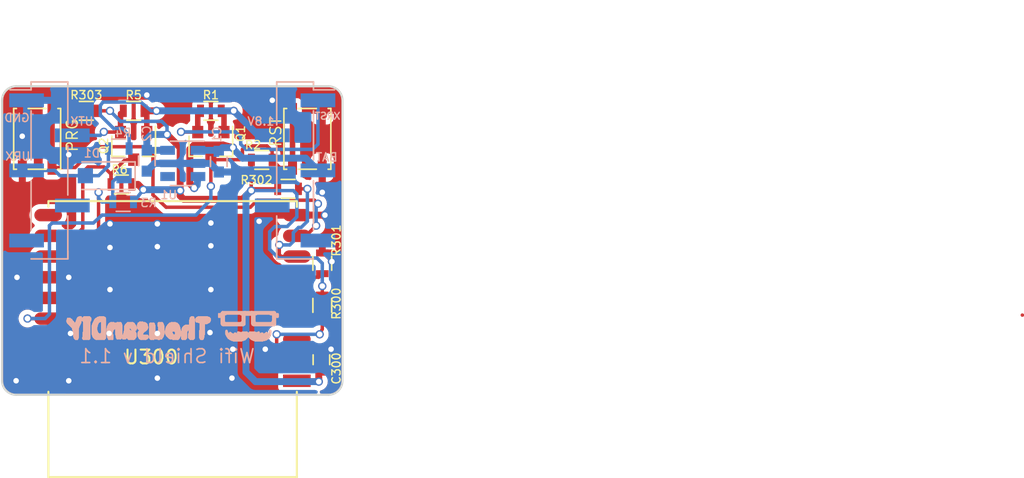
<source format=kicad_pcb>
(kicad_pcb (version 20221018) (generator pcbnew)
  (title_block (title "SPRESENSE ESP8266") (date "2019-01-03") (rev "v1.1a"))
  (layers (0 "F.Cu" signal) (31 "B.Cu" signal) (34 "B.Paste" user) (35 "F.Paste" user) (36 "B.SilkS" user "B.Silkscreen") (37 "F.SilkS" user "F.Silkscreen") (38 "B.Mask" user) (39 "F.Mask" user) (44 "Edge.Cuts" user))
  (net 0 "")
  (net 1 "+3V3")
  (net 2 "GND")
  (net 3 "RXD")
  (net 4 "TXD")
  (net 5 "RESET")
  (net 6 "Net-(R300-Pad1)")
  (net 7 "Net-(R301-Pad1)")
  (net 8 "Net-(R302-Pad2)")
  (net 9 "/UART2_TX")
  (net 10 "/UART2_RX")
  (net 11 "/XRST_1.8V")
  (net 12 "Net-(R303-Pad1)")
  (net 13 "/BAT_VDD")
  (net 14 "+1V8")
  (footprint "footprint:ESP-13-WROOM-02" (layer "F.Cu") (at 142.367 118.364 180)
    (fp_text reference "U300" (at 10.541 1.7145 180) (layer "F.SilkS"))
    (fp_text value "ESP-WROM-02")
    (pad "1" smd rect (at 0 0 180) (size 2 0.9) (layers "F.Cu" "F.Paste" "F.Mask") (net 1 "+3V3"))
    (pad "2" smd oval (at 0 1.5 180) (size 2 0.9) (layers "F.Cu" "F.Paste" "F.Mask") (net 6 "Net-(R300-Pad1)"))
    (pad "3" smd oval (at 0 3 180) (size 2 0.9) (layers "F.Cu" "F.Paste" "F.Mask"))
    (pad "4" smd oval (at 0 4.5 180) (size 2 0.9) (layers "F.Cu" "F.Paste" "F.Mask"))
    (pad "5" smd oval (at 0 6 180) (size 2 0.9) (layers "F.Cu" "F.Paste" "F.Mask"))
    (pad "6" smd oval (at 0 7.5 180) (size 2 0.9) (layers "F.Cu" "F.Paste" "F.Mask") (net 7 "Net-(R301-Pad1)"))
    (pad "7" smd oval (at 0 9 180) (size 2 0.9) (layers "F.Cu" "F.Paste" "F.Mask") (net 8 "Net-(R302-Pad2)"))
    (pad "8" smd oval (at 0 10.5 180) (size 2 0.9) (layers "F.Cu" "F.Paste" "F.Mask") (net 12 "Net-(R303-Pad1)"))
    (pad "9" smd oval (at 0 12 180) (size 2 0.9) (layers "F.Cu" "F.Paste" "F.Mask") (net 2 "GND"))
    (pad "10" smd oval (at 18 12 180) (size 2 0.9) (layers "F.Cu" "F.Paste" "F.Mask"))
    (pad "11" smd oval (at 18 10.5 180) (size 2 0.9) (layers "F.Cu" "F.Paste" "F.Mask") (net 4 "TXD"))
    (pad "12" smd oval (at 18 9 180) (size 2 0.9) (layers "F.Cu" "F.Paste" "F.Mask") (net 3 "RXD"))
    (pad "13" smd oval (at 18 7.5 180) (size 2 0.9) (layers "F.Cu" "F.Paste" "F.Mask") (net 2 "GND"))
    (pad "14" smd oval (at 18 6 180) (size 2 0.9) (layers "F.Cu" "F.Paste" "F.Mask"))
    (pad "15" smd oval (at 18 4.5 180) (size 2 0.9) (layers "F.Cu" "F.Paste" "F.Mask") (net 5 "RESET"))
    (pad "16" smd oval (at 18 3 180) (size 2 0.9) (layers "F.Cu" "F.Paste" "F.Mask"))
    (pad "17" smd oval (at 18 1.5 180) (size 2 0.9) (layers "F.Cu" "F.Paste" "F.Mask"))
    (pad "18" smd oval (at 18 0 180) (size 2 0.9) (layers "F.Cu" "F.Paste" "F.Mask") (net 2 "GND"))
    (pad "PAD" smd rect (at 10.12 6.58 180) (size 4.3 4.3) (layers "F.Cu" "F.Paste" "F.Mask") (net 2 "GND"))
  )
  (footprint "Capacitors_SMD:C_0603" (layer "F.Cu") (at 144.145 116.84 90)
    (fp_text reference "C300" (at -0.635 1.0795 90) (layer "F.SilkS") (effects (font (size 0.6 0.6) (thickness 0.1))))
    (fp_text value "0.1u")
    (pad "1" smd rect (at -0.75 0 90) (size 0.8 0.75) (layers "F.Cu" "F.Paste" "F.Mask") (net 1 "+3V3"))
    (pad "2" smd rect (at 0.75 0 90) (size 0.8 0.75) (layers "F.Cu" "F.Paste" "F.Mask") (net 2 "GND"))
  )
  (footprint "Resistors_SMD:R_0603" (layer "F.Cu") (at 144.2085 109.855 90)
    (fp_text reference "R301" (at 1.651 1.016 90) (layer "F.SilkS") (effects (font (size 0.6 0.6) (thickness 0.1))))
    (fp_text value "10K")
    (pad "1" smd rect (at -0.75 0 90) (size 0.5 0.9) (layers "F.Cu" "F.Paste" "F.Mask") (net 7 "Net-(R301-Pad1)"))
    (pad "2" smd rect (at 0.75 0 90) (size 0.5 0.9) (layers "F.Cu" "F.Paste" "F.Mask") (net 2 "GND"))
  )
  (footprint "Resistors_SMD:R_0603" (layer "F.Cu") (at 141.732 104.4575)
    (fp_text reference "R302" (at -2.286 -0.635) (layer "F.SilkS") (effects (font (size 0.6 0.6) (thickness 0.1))))
    (fp_text value "10K")
    (pad "1" smd rect (at -0.75 0) (size 0.5 0.9) (layers "F.Cu" "F.Paste" "F.Mask") (net 1 "+3V3"))
    (pad "2" smd rect (at 0.75 0) (size 0.5 0.9) (layers "F.Cu" "F.Paste" "F.Mask") (net 8 "Net-(R302-Pad2)"))
  )
  (footprint "Resistors_SMD:R_0603" (layer "F.Cu") (at 144.2085 112.903 90)
    (fp_text reference "R300" (at 0.127 1.016 90) (layer "F.SilkS") (effects (font (size 0.6 0.6) (thickness 0.1))))
    (fp_text value "10K")
    (pad "1" smd rect (at -0.75 0 90) (size 0.5 0.9) (layers "F.Cu" "F.Paste" "F.Mask") (net 6 "Net-(R300-Pad1)"))
    (pad "2" smd rect (at 0.75 0 90) (size 0.5 0.9) (layers "F.Cu" "F.Paste" "F.Mask") (net 1 "+3V3"))
  )
  (footprint "Resistors_SMD:R_0603" (layer "F.Cu") (at 127.127 98.806)
    (fp_text reference "R303" (at 0 -1.143) (layer "F.SilkS") (effects (font (size 0.6 0.6) (thickness 0.1))))
    (fp_text value "10k")
    (pad "1" smd rect (at -0.75 0) (size 0.5 0.9) (layers "F.Cu" "F.Paste" "F.Mask") (net 12 "Net-(R303-Pad1)"))
    (pad "2" smd rect (at 0.75 0) (size 0.5 0.9) (layers "F.Cu" "F.Paste" "F.Mask") (net 1 "+3V3"))
  )
  (footprint "TO_SOT_Packages_SMD:SOT-23" (layer "F.Cu") (at 136.144 101.346 -90)
    (fp_text reference "Q1" (at -0.889 -2.159 270) (layer "F.SilkS") (effects (font (size 0.6 0.6) (thickness 0.1))))
    (fp_text value "BSS138")
    (pad "1" smd rect (at -1 -0.95 270) (size 0.9 0.8) (layers "F.Cu" "F.Paste" "F.Mask") (net 14 "+1V8"))
    (pad "2" smd rect (at -1 0.95 270) (size 0.9 0.8) (layers "F.Cu" "F.Paste" "F.Mask") (net 11 "/XRST_1.8V"))
    (pad "3" smd rect (at 1 0 270) (size 0.9 0.8) (layers "F.Cu" "F.Paste" "F.Mask") (net 5 "RESET"))
  )
  (footprint "TO_SOT_Packages_SMD:SOT-23" (layer "F.Cu") (at 130.556 101.346 -90)
    (fp_text reference "Q2" (at 0 2.159 270) (layer "F.SilkS") (effects (font (size 0.6 0.6) (thickness 0.1))))
    (fp_text value "BSS138")
    (pad "1" smd rect (at -1 -0.95 270) (size 0.9 0.8) (layers "F.Cu" "F.Paste" "F.Mask") (net 14 "+1V8"))
    (pad "2" smd rect (at -1 0.95 270) (size 0.9 0.8) (layers "F.Cu" "F.Paste" "F.Mask") (net 9 "/UART2_TX"))
    (pad "3" smd rect (at 1 0 270) (size 0.9 0.8) (layers "F.Cu" "F.Paste" "F.Mask") (net 4 "TXD"))
  )
  (footprint "Resistors_SMD:R_0603" (layer "F.Cu") (at 136.144 98.806)
    (fp_text reference "R1" (at 0 -1.143) (layer "F.SilkS") (effects (font (size 0.6 0.6) (thickness 0.1))))
    (fp_text value "10k")
    (pad "1" smd rect (at -0.75 0) (size 0.5 0.9) (layers "F.Cu" "F.Paste" "F.Mask") (net 11 "/XRST_1.8V"))
    (pad "2" smd rect (at 0.75 0) (size 0.5 0.9) (layers "F.Cu" "F.Paste" "F.Mask") (net 14 "+1V8"))
  )
  (footprint "Resistors_SMD:R_0603" (layer "F.Cu") (at 139.827 102.362 180)
    (fp_text reference "R2" (at 0.635 1.0795 180) (layer "F.SilkS") (effects (font (size 0.6 0.6) (thickness 0.1))))
    (fp_text value "10k")
    (pad "1" smd rect (at -0.75 0 180) (size 0.5 0.9) (layers "F.Cu" "F.Paste" "F.Mask") (net 5 "RESET"))
    (pad "2" smd rect (at 0.75 0 180) (size 0.5 0.9) (layers "F.Cu" "F.Paste" "F.Mask") (net 1 "+3V3"))
  )
  (footprint "Resistors_SMD:R_0603" (layer "F.Cu") (at 130.556 98.806)
    (fp_text reference "R5" (at 0 -1.143) (layer "F.SilkS") (effects (font (size 0.6 0.6) (thickness 0.1))))
    (fp_text value "10k")
    (pad "1" smd rect (at -0.75 0) (size 0.5 0.9) (layers "F.Cu" "F.Paste" "F.Mask") (net 9 "/UART2_TX"))
    (pad "2" smd rect (at 0.75 0) (size 0.5 0.9) (layers "F.Cu" "F.Paste" "F.Mask") (net 14 "+1V8"))
  )
  (footprint "Resistors_SMD:R_0603" (layer "F.Cu") (at 129.667 104.14)
    (fp_text reference "R6" (at -0.127 -1.0795) (layer "F.SilkS") (effects (font (size 0.6 0.6) (thickness 0.1))))
    (fp_text value "10k")
    (pad "1" smd rect (at -0.75 0) (size 0.5 0.9) (layers "F.Cu" "F.Paste" "F.Mask") (net 4 "TXD"))
    (pad "2" smd rect (at 0.75 0) (size 0.5 0.9) (layers "F.Cu" "F.Paste" "F.Mask") (net 1 "+3V3"))
  )
  (footprint "Buttons_Switches_SMD:SW_SPST_PTS810" (layer "F.Cu") (at 143.129 100.838 -90)
    (fp_text reference "SW1" hide)
    (fp_text value "RESET")
    (pad "1" smd rect (at -2.075 -1.075 270) (size 1.05 0.65) (layers "F.Cu" "F.Paste" "F.Mask") (net 2 "GND"))
    (pad "1" smd rect (at 2.075 -1.075 270) (size 1.05 0.65) (layers "F.Cu" "F.Paste" "F.Mask") (net 2 "GND"))
    (pad "2" smd rect (at -2.075 1.075 270) (size 1.05 0.65) (layers "F.Cu" "F.Paste" "F.Mask") (net 5 "RESET"))
    (pad "2" smd rect (at 2.075 1.075 270) (size 1.05 0.65) (layers "F.Cu" "F.Paste" "F.Mask") (net 5 "RESET"))
  )
  (footprint "Buttons_Switches_SMD:SW_SPST_PTS810" (layer "F.Cu") (at 123.571 100.838 90)
    (fp_text reference "SW2" hide)
    (fp_text value "PRG")
    (pad "1" smd rect (at -2.075 -1.075 90) (size 1.05 0.65) (layers "F.Cu" "F.Paste" "F.Mask") (net 2 "GND"))
    (pad "1" smd rect (at 2.075 -1.075 90) (size 1.05 0.65) (layers "F.Cu" "F.Paste" "F.Mask") (net 2 "GND"))
    (pad "2" smd rect (at -2.075 1.075 90) (size 1.05 0.65) (layers "F.Cu" "F.Paste" "F.Mask") (net 12 "Net-(R303-Pad1)"))
    (pad "2" smd rect (at 2.075 1.075 90) (size 1.05 0.65) (layers "F.Cu" "F.Paste" "F.Mask") (net 12 "Net-(R303-Pad1)"))
  )
  (footprint "Resistors_SMD:R_0603" (layer "B.Cu") (at 129.794 105.41 180)
    (fp_text reference "R3" (at -1.8415 -0.0635 180) (layer "B.SilkS") (effects (font (size 0.6 0.6) (thickness 0.1)) (justify mirror)))
    (fp_text value "10k")
    (pad "1" smd rect (at -0.75 0 180) (size 0.5 0.9) (layers "B.Cu" "B.Paste" "B.Mask") (net 1 "+3V3"))
    (pad "2" smd rect (at 0.75 0 180) (size 0.5 0.9) (layers "B.Cu" "B.Paste" "B.Mask") (net 3 "RXD"))
  )
  (footprint "Resistors_SMD:R_0603" (layer "B.Cu") (at 129.4765 101.5365 180)
    (fp_text reference "R4" (at -0.3175 1.143 180) (layer "B.SilkS") (effects (font (size 0.6 0.6) (thickness 0.1)) (justify mirror)))
    (fp_text value "10k")
    (pad "1" smd rect (at -0.75 0 180) (size 0.5 0.9) (layers "B.Cu" "B.Paste" "B.Mask") (net 14 "+1V8"))
    (pad "2" smd rect (at 0.75 0 180) (size 0.5 0.9) (layers "B.Cu" "B.Paste" "B.Mask") (net 10 "/UART2_RX"))
  )
  (footprint "Capacitors_SMD:C_0603" (layer "B.Cu") (at 136.7155 102.489 -90)
    (fp_text reference "C1" (at -1.9685 0.127 270) (layer "B.SilkS") (effects (font (size 0.6 0.6) (thickness 0.1)) (justify mirror)))
    (fp_text value "10u")
    (pad "1" smd rect (at -0.75 0 270) (size 0.8 0.75) (layers "B.Cu" "B.Paste" "B.Mask") (net 13 "/BAT_VDD"))
    (pad "2" smd rect (at 0.75 0 270) (size 0.8 0.75) (layers "B.Cu" "B.Paste" "B.Mask") (net 2 "GND"))
  )
  (footprint "Pin_Headers:Pin_Header_Straight_1x05_Pitch2.54mm_SMD_Pin1Right" (layer "B.Cu") (at 124.46 103.124 180)
    (fp_text reference "J1" hide)
    (fp_text value "JP1")
    (pad "1" smd rect (at 1.655 5.08 180) (size 2.51 1) (layers "B.Cu" "B.Paste" "B.Mask") (net 2 "GND"))
    (pad "2" smd rect (at -1.655 2.54 180) (size 2.51 1) (layers "B.Cu" "B.Paste" "B.Mask") (net 9 "/UART2_TX"))
    (pad "3" smd rect (at 1.655 0 180) (size 2.51 1) (layers "B.Cu" "B.Paste" "B.Mask") (net 10 "/UART2_RX"))
    (pad "4" smd rect (at -1.655 -2.54 180) (size 2.51 1) (layers "B.Cu" "B.Paste" "B.Mask"))
    (pad "5" smd rect (at 1.655 -5.08 180) (size 2.51 1) (layers "B.Cu" "B.Paste" "B.Mask"))
  )
  (footprint "Pin_Headers:Pin_Header_Straight_1x05_Pitch2.54mm_SMD_Pin1Left" (layer "B.Cu") (at 142.24 103.124 180)
    (fp_text reference "J2" hide)
    (fp_text value "JP2")
    (pad "1" smd rect (at -1.655 5.08 180) (size 2.51 1) (layers "B.Cu" "B.Paste" "B.Mask") (net 11 "/XRST_1.8V"))
    (pad "2" smd rect (at 1.655 2.54 180) (size 2.51 1) (layers "B.Cu" "B.Paste" "B.Mask") (net 14 "+1V8"))
    (pad "3" smd rect (at -1.655 0 180) (size 2.51 1) (layers "B.Cu" "B.Paste" "B.Mask") (net 13 "/BAT_VDD"))
    (pad "4" smd rect (at 1.655 -2.54 180) (size 2.51 1) (layers "B.Cu" "B.Paste" "B.Mask"))
    (pad "5" smd rect (at -1.655 -5.08 180) (size 2.51 1) (layers "B.Cu" "B.Paste" "B.Mask"))
  )
  (footprint "Capacitors_SMD:C_0603" (layer "B.Cu") (at 131.5085 102.4255 -90)
    (fp_text reference "C2" (at -1.9685 0 270) (layer "B.SilkS") (effects (font (size 0.6 0.6) (thickness 0.1)) (justify mirror)))
    (fp_text value "10u")
    (pad "1" smd rect (at -0.75 0 270) (size 0.8 0.75) (layers "B.Cu" "B.Paste" "B.Mask") (net 1 "+3V3"))
    (pad "2" smd rect (at 0.75 0 270) (size 0.8 0.75) (layers "B.Cu" "B.Paste" "B.Mask") (net 2 "GND"))
  )
  (footprint "TO_SOT_Packages_SMD:SOT-23-5" (layer "B.Cu") (at 134.112 102.616 180)
    (fp_text reference "U1" (at 1.016 -2.286 180) (layer "B.SilkS") (effects (font (size 0.6 0.6) (thickness 0.1)) (justify mirror)))
    (fp_text value "MIC5219-3.3BM5")
    (pad "1" smd rect (at -1.1 0.95 180) (size 1.06 0.65) (layers "B.Cu" "B.Paste" "B.Mask") (net 13 "/BAT_VDD"))
    (pad "2" smd rect (at -1.1 0 180) (size 1.06 0.65) (layers "B.Cu" "B.Paste" "B.Mask") (net 2 "GND"))
    (pad "3" smd rect (at -1.1 -0.95 180) (size 1.06 0.65) (layers "B.Cu" "B.Paste" "B.Mask") (net 13 "/BAT_VDD"))
    (pad "4" smd rect (at 1.1 -0.95 180) (size 1.06 0.65) (layers "B.Cu" "B.Paste" "B.Mask"))
    (pad "5" smd rect (at 1.1 0.95 180) (size 1.06 0.65) (layers "B.Cu" "B.Paste" "B.Mask") (net 1 "+3V3"))
  )
  (footprint "Diodes_SMD:D_SOD-123F" (layer "B.Cu") (at 128.4605 103.505 180)
    (fp_text reference "D1" (at 0.9295 1.625 180) (layer "B.SilkS") (effects (font (size 0.6 0.6) (thickness 0.1)) (justify mirror)))
    (fp_text value "SD103AW")
    (pad "1" smd rect (at -1.4 0 180) (size 1.1 1.1) (layers "B.Cu" "B.Paste" "B.Mask") (net 3 "RXD"))
    (pad "2" smd rect (at 1.4 0 180) (size 1.1 1.1) (layers "B.Cu" "B.Paste" "B.Mask") (net 10 "/UART2_RX"))
  )
  (footprint "footprint:TDIY-LOGO-S" (layer "B.Cu") (at 141.351 115.824 180)
    (fp_text reference "ref**" hide)
    (fp_text value "val**" hide)
  )
  (gr_arc (start 145.669 118.364) (mid 145.37142 119.08242) (end 144.653 119.38) (stroke (width 0.15)) (layer "Edge.Cuts"))
  (gr_line (start 121.031 118.364) (end 121.031 98.044) (stroke (width 0.15)) (layer "Edge.Cuts"))
  (gr_line (start 145.669 98.044) (end 145.669 118.364) (stroke (width 0.15)) (layer "Edge.Cuts"))
  (gr_line (start 122.047 97.028) (end 144.653 97.028) (stroke (width 0.15)) (layer "Edge.Cuts"))
  (gr_line (start 144.653 119.38) (end 122.047 119.38) (stroke (width 0.15)) (layer "Edge.Cuts"))
  (gr_arc (start 144.653 97.028) (mid 145.37142 97.32558) (end 145.669 98.044) (stroke (width 0.15)) (layer "Edge.Cuts"))
  (gr_arc (start 121.031 98.044) (mid 121.32858 97.32558) (end 122.047 97.028) (stroke (width 0.15)) (layer "Edge.Cuts"))
  (gr_arc (start 122.047 119.38) (mid 121.32858 119.08242) (end 121.031 118.364) (stroke (width 0.15)) (layer "Edge.Cuts"))
  (gr_text "Wifi Shield v 1.1" (at 132.969 116.586) (layer "B.SilkS") (effects (font (size 1 1) (thickness 0.12)) (justify mirror)))
  (gr_text "GND" (at 122.1105 99.314) (layer "B.SilkS") (effects (font (size 0.6 0.6) (thickness 0.1)) (justify mirror)))
  (gr_text "UTX" (at 126.8095 99.568) (layer "B.SilkS") (effects (font (size 0.6 0.6) (thickness 0.1)) (justify mirror)))
  (gr_text "1.8V" (at 139.7635 99.568) (layer "B.SilkS") (effects (font (size 0.6 0.6) (thickness 0.1)) (justify mirror)))
  (gr_text "BAT" (at 144.526 102.1715) (layer "B.SilkS") (effects (font (size 0.6 0.6) (thickness 0.1)) (justify mirror)))
  (gr_text "XRST" (at 144.5895 99.187) (layer "B.SilkS") (effects (font (size 0.5 0.5) (thickness 0.1)) (justify mirror)))
  (gr_text "URX" (at 122.174 102.108) (layer "B.SilkS") (effects (font (size 0.6 0.6) (thickness 0.1)) (justify mirror)))
  (gr_text "RST" (at 140.843 100.33 90) (layer "F.SilkS") (effects (font (size 0.8 0.8) (thickness 0.1))))
  (gr_text "PRG" (at 126.111 100.584 90) (layer "F.SilkS") (effects (font (size 0.8 0.8) (thickness 0.1))))
  (segment (start 194.8808 113.6091) (end 194.8773 113.6056) (width 0.25) (layer "F.Cu") (net 0))
  (segment (start 130.8735 104.14) (end 131.2545 104.521) (width 0.5) (layer "F.Cu") (net 1))
  (segment (start 132.969 100.5205) (end 133.9215 101.473) (width 0.5) (layer "F.Cu") (net 1))
  (segment (start 133.9215 104.5845) (end 133.9215 101.473) (width 0.5) (layer "F.Cu") (net 1))
  (segment (start 133.9215 104.961998) (end 134.1755 105.215998) (width 0.5) (layer "F.Cu") (net 1))
  (segment (start 134.1755 105.215998) (end 138.433502 105.215998) (width 0.5) (layer "F.Cu") (net 1))
  (segment (start 138.433502 105.215998) (end 139.065 104.5845) (width 0.5) (layer "F.Cu") (net 1))
  (segment (start 139.065 102.374) (end 139.077 102.362) (width 0.25) (layer "F.Cu") (net 1))
  (segment (start 143.9545 117.7805) (end 144.145 117.59) (width 0.5) (layer "F.Cu") (net 1))
  (segment (start 139.192 104.4575) (end 139.065 104.5845) (width 0.25) (layer "F.Cu") (net 1))
  (segment (start 133.9215 104.961998) (end 133.9215 104.5845) (width 0.5) (layer "F.Cu") (net 1))
  (segment (start 143.9545 118.4275) (end 143.9545 117.7805) (width 0.5) (layer "F.Cu") (net 1))
  (segment (start 128.8415 98.806) (end 127.877 98.806) (width 0.25) (layer "F.Cu") (net 1))
  (segment (start 130.417 104.14) (end 130.8735 104.14) (width 0.5) (layer "F.Cu") (net 1))
  (segment (start 142.4305 118.4275) (end 143.9545 118.4275) (width 0.5) (layer "F.Cu") (net 1))
  (segment (start 139.065 102.374) (end 139.065 104.5845) (width 0.25) (layer "F.Cu") (net 1))
  (segment (start 144.2085 112.153) (end 144.2085 111.506) (width 0.25) (layer "F.Cu") (net 1))
  (segment (start 140.982 104.4575) (end 139.192 104.4575) (width 0.25) (layer "F.Cu") (net 1))
  (via (at 144.2085 111.506) (size 0.6) (drill 0.4) (layers "F.Cu" "B.Cu") (net 1))
  (via (at 133.9215 104.5845) (size 0.6) (drill 0.4) (layers "F.Cu" "B.Cu") (net 1))
  (via (at 139.065 104.5845) (size 0.6) (drill 0.4) (layers "F.Cu" "B.Cu") (net 1))
  (via (at 128.8415 98.806) (size 0.6) (drill 0.4) (layers "F.Cu" "B.Cu") (net 1))
  (via (at 143.9545 118.4275) (size 0.6) (drill 0.4) (layers "F.Cu" "B.Cu") (net 1))
  (via (at 132.969 100.5205) (size 0.6) (drill 0.4) (layers "F.Cu" "B.Cu") (net 1))
  (via (at 131.2545 104.521) (size 0.6) (drill 0.4) (layers "F.Cu" "B.Cu") (net 1))
  (segment (start 131.518 101.666) (end 131.5085 101.6755) (width 0.5) (layer "B.Cu") (net 1))
  (segment (start 133.9215 104.5845) (end 133.858 104.521) (width 0.5) (layer "B.Cu") (net 1))
  (segment (start 133.858 104.521) (end 131.2545 104.521) (width 0.5) (layer "B.Cu") (net 1))
  (segment (start 138.684 104.9655) (end 138.684 110.871) (width 0.5) (layer "B.Cu") (net 1))
  (segment (start 138.684 117.729) (end 139.3825 118.4275) (width 0.5) (layer "B.Cu") (net 1))
  (segment (start 139.3825 118.4275) (end 143.9545 118.4275) (width 0.5) (layer "B.Cu") (net 1))
  (segment (start 138.684 111.506) (end 138.6205 111.506) (width 0.25) (layer "B.Cu") (net 1))
  (segment (start 138.6205 111.506) (end 138.684 111.506) (width 0.25) (layer "B.Cu") (net 1))
  (segment (start 138.684 111.506) (end 138.684 117.729) (width 0.5) (layer "B.Cu") (net 1))
  (segment (start 138.684 110.871) (end 138.6205 110.871) (width 0.25) (layer "B.Cu") (net 1))
  (segment (start 138.6205 110.871) (end 138.684 110.871) (width 0.25) (layer "B.Cu") (net 1))
  (segment (start 138.684 110.871) (end 138.684 111.506) (width 0.5) (layer "B.Cu") (net 1))
  (segment (start 142.113 104.5845) (end 142.367 104.8385) (width 0.25) (layer "B.Cu") (net 1))
  (segment (start 142.367 104.8385) (end 142.367 106.4895) (width 0.25) (layer "B.Cu") (net 1))
  (segment (start 142.367 106.4895) (end 141.6685 107.188) (width 0.25) (layer "B.Cu") (net 1))
  (segment (start 141.6685 107.188) (end 140.7795 107.188) (width 0.25) (layer "B.Cu") (net 1))
  (segment (start 140.7795 107.188) (end 140.3985 107.569) (width 0.25) (layer "B.Cu") (net 1))
  (segment (start 140.3985 107.569) (end 140.3985 108.839) (width 0.25) (layer "B.Cu") (net 1))
  (segment (start 140.3985 108.839) (end 141.0335 109.474) (width 0.25) (layer "B.Cu") (net 1))
  (segment (start 141.0335 109.474) (end 143.8275 109.474) (width 0.25) (layer "B.Cu") (net 1))
  (segment (start 143.8275 109.474) (end 144.2085 109.855) (width 0.25) (layer "B.Cu") (net 1))
  (segment (start 144.2085 109.855) (end 144.2085 111.506) (width 0.25) (layer "B.Cu") (net 1))
  (segment (start 130.6075 105.3465) (end 130.544 105.41) (width 0.25) (layer "B.Cu") (net 1))
  (segment (start 131.826 100.5205) (end 131.5085 100.838) (width 0.5) (layer "B.Cu") (net 1))
  (segment (start 131.5085 100.838) (end 131.5085 101.6755) (width 0.5) (layer "B.Cu") (net 1))
  (segment (start 132.969 99.949) (end 132.588 99.568) (width 0.25) (layer "B.Cu") (net 1))
  (segment (start 132.588 99.568) (end 129.6035 99.568) (width 0.25) (layer "B.Cu") (net 1))
  (segment (start 129.6035 99.568) (end 128.8415 98.806) (width 0.25) (layer "B.Cu") (net 1))
  (segment (start 139.065 104.5845) (end 142.113 104.5845) (width 0.25) (layer "B.Cu") (net 1))
  (segment (start 133.012 101.666) (end 131.518 101.666) (width 0.5) (layer "B.Cu") (net 1))
  (segment (start 131.2545 104.521) (end 130.6075 105.3465) (width 0.25) (layer "B.Cu") (net 1))
  (segment (start 138.684 104.9655) (end 139.065 104.5845) (width 0.5) (layer "B.Cu") (net 1))
  (segment (start 131.5085 101.6755) (end 131.5085 101.4095) (width 0.25) (layer "B.Cu") (net 1))
  (segment (start 132.969 100.5205) (end 132.969 99.949) (width 0.25) (layer "B.Cu") (net 1))
  (segment (start 132.969 100.5205) (end 131.826 100.5205) (width 0.5) (layer "B.Cu") (net 1))
  (segment (start 125.85 110.864) (end 125.857 110.871) (width 0.25) (layer "F.Cu") (net 2))
  (segment (start 144.8315 116.09) (end 144.8435 116.078) (width 0.5) (layer "F.Cu") (net 2))
  (segment (start 144.1245 98.763) (end 144.204 98.763) (width 0.5) (layer "F.Cu") (net 2))
  (segment (start 137.7315 116.078) (end 140.081 116.078) (width 0.5) (layer "F.Cu") (net 2))
  (segment (start 144.3975 106.364) (end 144.399 106.3625) (width 0.5) (layer "F.Cu") (net 2))
  (segment (start 144.204 104.707) (end 144.2085 104.7115) (width 0.5) (layer "F.Cu") (net 2))
  (segment (start 132.247 108.672) (end 132.2705 108.6485) (width 0.5) (layer "F.Cu") (net 2))
  (segment (start 128.881 111.7205) (end 128.8415 111.76) (width 0.5) (layer "F.Cu") (net 2))
  (segment (start 132.247 114.9115) (end 132.2705 114.935) (width 0.5) (layer "F.Cu") (net 2))
  (segment (start 132.2705 118.1735) (end 132.08 118.364) (width 0.5) (layer "F.Cu") (net 2))
  (segment (start 132.08 118.364) (end 125.857 118.364) (width 0.5) (layer "F.Cu") (net 2))
  (segment (start 137.7315 118.11) (end 137.668 118.1735) (width 0.5) (layer "F.Cu") (net 2))
  (segment (start 122.1175 110.864) (end 122.1105 110.871) (width 0.5) (layer "F.Cu") (net 2))
  (segment (start 136.017 114.935) (end 136.0805 114.8715) (width 0.5) (layer "F.Cu") (net 2))
  (segment (start 132.271 111.76) (end 132.247 111.784) (width 0.5) (layer "F.Cu") (net 2))
  (segment (start 132.223 111.76) (end 132.247 111.784) (width 0.5) (layer "F.Cu") (net 2))
  (segment (start 128.8415 108.712) (end 128.8415 106.9975) (width 0.5) (layer "F.Cu") (net 2))
  (segment (start 136.144 108.585) (end 136.144 106.934) (width 0.5) (layer "F.Cu") (net 2))
  (segment (start 140.0795 106.364) (end 139.6365 106.807) (width 0.25) (layer "F.Cu") (net 2))
  (segment (start 144.284 109.105) (end 144.907 109.728) (width 0.25) (layer "F.Cu") (net 2))
  (segment (start 122.4915 100.6475) (end 122.496 100.6475) (width 0.25) (layer "F.Cu") (net 2))
  (segment (start 122.496 100.6475) (end 122.4915 100.6475) (width 0.25) (layer "F.Cu") (net 2))
  (segment (start 122.4915 100.6475) (end 122.496 100.6475) (width 0.25) (layer "F.Cu") (net 2))
  (segment (start 122.496 100.6475) (end 122.496 102.913) (width 0.25) (layer "F.Cu") (net 2))
  (segment (start 144.204 98.23) (end 143.51 97.536) (width 0.25) (layer "F.Cu") (net 2))
  (segment (start 143.51 97.536) (end 141.097 97.536) (width 0.25) (layer "F.Cu") (net 2))
  (segment (start 141.097 97.536) (end 140.589 98.044) (width 0.25) (layer "F.Cu") (net 2))
  (segment (start 144.204 98.613) (end 144.204 98.23) (width 0.25) (layer "F.Cu") (net 2))
  (segment (start 144.204 102.913) (end 144.204 104.707) (width 0.5) (layer "F.Cu") (net 2))
  (segment (start 125.984 114.935) (end 128.778 114.935) (width 0.5) (layer "F.Cu") (net 2))
  (segment (start 142.367 106.364) (end 144.3975 106.364) (width 0.5) (layer "F.Cu") (net 2))
  (segment (start 124.367 110.864) (end 125.85 110.864) (width 0.25) (layer "F.Cu") (net 2))
  (segment (start 137.7315 116.078) (end 137.7315 118.11) (width 0.5) (layer "F.Cu") (net 2))
  (segment (start 144.145 116.09) (end 144.8315 116.09) (width 0.5) (layer "F.Cu") (net 2))
  (segment (start 124.367 110.864) (end 122.1175 110.864) (width 0.5) (layer "F.Cu") (net 2))
  (segment (start 144.204 98.763) (end 144.204 98.23) (width 0.5) (layer "F.Cu") (net 2))
  (segment (start 124.367 118.364) (end 122.047 118.364) (width 0.5) (layer "F.Cu") (net 2))
  (segment (start 132.247 114.9115) (end 132.247 111.784) (width 0.5) (layer "F.Cu") (net 2))
  (segment (start 122.496 98.763) (end 122.496 100.6475) (width 0.25) (layer "F.Cu") (net 2))
  (segment (start 132.247 108.672) (end 132.247 111.784) (width 0.5) (layer "F.Cu") (net 2))
  (segment (start 128.8415 111.76) (end 132.223 111.76) (width 0.5) (layer "F.Cu") (net 2))
  (segment (start 144.2085 109.105) (end 144.284 109.105) (width 0.25) (layer "F.Cu") (net 2))
  (segment (start 132.2705 114.935) (end 136.017 114.935) (width 0.5) (layer "F.Cu") (net 2))
  (segment (start 142.367 106.364) (end 140.0795 106.364) (width 0.25) (layer "F.Cu") (net 2))
  (segment (start 124.367 118.364) (end 125.857 118.364) (width 0.25) (layer "F.Cu") (net 2))
  (segment (start 136.144 111.76) (end 132.271 111.76) (width 0.5) (layer "F.Cu") (net 2))
  (via (at 139.6365 106.807) (size 0.6) (drill 0.4) (layers "F.Cu" "B.Cu") (net 2))
  (via (at 140.081 116.078) (size 0.6) (drill 0.4) (layers "F.Cu" "B.Cu") (net 2))
  (via (at 132.2705 108.6485) (size 0.6) (drill 0.4) (layers "F.Cu" "B.Cu") (net 2))
  (via (at 132.2705 118.1735) (size 0.6) (drill 0.4) (layers "F.Cu" "B.Cu") (net 2))
  (via (at 122.047 118.364) (size 0.6) (drill 0.4) (layers "F.Cu" "B.Cu") (net 2))
  (via (at 122.1105 110.871) (size 0.6) (drill 0.4) (layers "F.Cu" "B.Cu") (net 2))
  (via (at 132.2705 106.9975) (size 0.6) (drill 0.4) (layers "F.Cu" "B.Cu") (net 2))
  (via (at 137.668 118.1735) (size 0.6) (drill 0.4) (layers "F.Cu" "B.Cu") (net 2))
  (via (at 132.2705 114.935) (size 0.6) (drill 0.4) (layers "F.Cu" "B.Cu") (net 2))
  (via (at 131.5085 97.663) (size 0.6) (drill 0.4) (layers "F.Cu" "B.Cu") (net 2))
  (via (at 144.2085 104.7115) (size 0.6) (drill 0.4) (layers "F.Cu" "B.Cu") (net 2))
  (via (at 144.399 106.3625) (size 0.6) (drill 0.4) (layers "F.Cu" "B.Cu") (net 2))
  (via (at 144.8435 116.078) (size 0.6) (drill 0.4) (layers "F.Cu" "B.Cu") (net 2))
  (via (at 128.8415 106.9975) (size 0.6) (drill 0.4) (layers "F.Cu" "B.Cu") (net 2))
  (via (at 137.7315 116.078) (size 0.6) (drill 0.4) (layers "F.Cu" "B.Cu") (net 2))
  (via (at 140.589 98.044) (size 0.6) (drill 0.4) (layers "F.Cu" "B.Cu") (net 2))
  (via (at 144.907 109.728) (size 0.6) (drill 0.4) (layers "F.Cu" "B.Cu") (net 2))
  (via (at 125.857 101.981) (size 0.6) (drill 0.4) (layers "F.Cu" "B.Cu") (net 2))
  (via (at 136.144 111.76) (size 0.6) (drill 0.4) (layers "F.Cu" "B.Cu") (net 2))
  (via (at 122.4915 100.6475) (size 0.6) (drill 0.4) (layers "F.Cu" "B.Cu") (net 2))
  (via (at 136.144 108.585) (size 0.6) (drill 0.4) (layers "F.Cu" "B.Cu") (net 2))
  (via (at 125.984 114.935) (size 0.6) (drill 0.4) (layers "F.Cu" "B.Cu") (net 2))
  (via (at 125.857 118.364) (size 0.6) (drill 0.4) (layers "F.Cu" "B.Cu") (net 2))
  (via (at 125.857 110.871) (size 0.6) (drill 0.4) (layers "F.Cu" "B.Cu") (net 2))
  (via (at 128.8415 108.712) (size 0.6) (drill 0.4) (layers "F.Cu" "B.Cu") (net 2))
  (via (at 128.8415 111.76) (size 0.6) (drill 0.4) (layers "F.Cu" "B.Cu") (net 2))
  (via (at 136.0805 114.8715) (size 0.6) (drill 0.4) (layers "F.Cu" "B.Cu") (net 2))
  (via (at 136.144 106.934) (size 0.6) (drill 0.4) (layers "F.Cu" "B.Cu") (net 2))
  (via (at 128.778 114.935) (size 0.6) (drill 0.4) (layers "F.Cu" "B.Cu") (net 2))
  (segment (start 135.139 102.628) (end 135.085 102.682) (width 0.5) (layer "B.Cu") (net 2))
  (segment (start 140.081 116.078) (end 144.8435 116.078) (width 0.5) (layer "B.Cu") (net 2))
  (segment (start 137.668 118.1735) (end 132.2705 118.1735) (width 0.5) (layer "B.Cu") (net 2))
  (segment (start 125.984 114.935) (end 125.984 114.9985) (width 0.5) (layer "B.Cu") (net 2))
  (segment (start 125.984 114.9985) (end 125.984 114.935) (width 0.5) (layer "B.Cu") (net 2))
  (segment (start 122.805 100.334) (end 122.4915 100.6475) (width 0.25) (layer "B.Cu") (net 2))
  (segment (start 127.381 98.044) (end 127.762 97.663) (width 0.25) (layer "B.Cu") (net 2))
  (segment (start 127.762 97.663) (end 131.5085 97.663) (width 0.25) (layer "B.Cu") (net 2))
  (segment (start 122.805 100.3895) (end 124.3965 101.981) (width 0.25) (layer "B.Cu") (net 2))
  (segment (start 124.3965 101.981) (end 125.857 101.981) (width 0.25) (layer "B.Cu") (net 2))
  (segment (start 136.0925 102.616) (end 136.7155 103.239) (width 0.5) (layer "B.Cu") (net 2))
  (segment (start 132.068 102.616) (end 131.5085 103.1755) (width 0.5) (layer "B.Cu") (net 2))
  (segment (start 122.805 98.044) (end 122.805 100.334) (width 0.25) (layer "B.Cu") (net 2))
  (segment (start 122.805 98.044) (end 122.805 100.3895) (width 0.25) (layer "B.Cu") (net 2))
  (segment (start 122.805 98.044) (end 127.381 98.044) (width 0.25) (layer "B.Cu") (net 2))
  (segment (start 135.212 102.616) (end 136.0925 102.616) (width 0.5) (layer "B.Cu") (net 2))
  (segment (start 136.144 111.76) (end 136.144 108.585) (width 0.5) (layer "B.Cu") (net 2))
  (segment (start 128.778 114.935) (end 132.2705 114.935) (width 0.5) (layer "B.Cu") (net 2))
  (segment (start 132.2705 114.935) (end 132.2705 118.1735) (width 0.5) (layer "B.Cu") (net 2))
  (segment (start 132.2705 106.9975) (end 132.2705 108.6485) (width 0.5) (layer "B.Cu") (net 2))
  (segment (start 128.8415 111.76) (end 128.8415 108.712) (width 0.5) (layer "B.Cu") (net 2))
  (segment (start 135.212 102.616) (end 132.068 102.616) (width 0.5) (layer "B.Cu") (net 2))
  (segment (start 126.475 109.364) (end 124.367 109.364) (width 0.25) (layer "F.Cu") (net 3))
  (segment (start 128.016 107.823) (end 127.8255 108.0135) (width 0.25) (layer "F.Cu") (net 3))
  (segment (start 128.016 104.7115) (end 128.016 107.823) (width 0.25) (layer "F.Cu") (net 3))
  (segment (start 126.475 109.364) (end 127.8255 108.0135) (width 0.25) (layer "F.Cu") (net 3))
  (via (at 128.016 104.7115) (size 0.6) (drill 0.4) (layers "F.Cu" "B.Cu") (net 3))
  (segment (start 128.27 105.41) (end 128.016 105.156) (width 0.25) (layer "B.Cu") (net 3))
  (segment (start 128.016 105.156) (end 128.016 104.7115) (width 0.25) (layer "B.Cu") (net 3))
  (segment (start 129.4765 103.505) (end 129.044 103.9375) (width 0.25) (layer "B.Cu") (net 3))
  (segment (start 129.044 103.9375) (end 129.044 105.41) (width 0.25) (layer "B.Cu") (net 3))
  (segment (start 129.044 105.41) (end 128.27 105.41) (width 0.25) (layer "B.Cu") (net 3))
  (segment (start 130.1105 103.505) (end 129.4765 103.505) (width 0.25) (layer "B.Cu") (net 3))
  (segment (start 126.324 107.864) (end 126.873 107.315) (width 0.25) (layer "F.Cu") (net 4))
  (segment (start 126.873 107.315) (end 126.873 103.251) (width 0.25) (layer "F.Cu") (net 4))
  (segment (start 126.873 103.251) (end 127.254 102.87) (width 0.25) (layer "F.Cu") (net 4))
  (segment (start 127.254 102.87) (end 128.397 102.87) (width 0.25) (layer "F.Cu") (net 4))
  (segment (start 128.397 102.87) (end 128.917 103.39) (width 0.25) (layer "F.Cu") (net 4))
  (segment (start 128.917 103.39) (end 128.917 104.14) (width 0.25) (layer "F.Cu") (net 4))
  (segment (start 128.917 103.366) (end 129.937 102.346) (width 0.25) (layer "F.Cu") (net 4))
  (segment (start 129.937 102.346) (end 130.556 102.346) (width 0.25) (layer "F.Cu") (net 4))
  (segment (start 124.367 107.864) (end 126.324 107.864) (width 0.25) (layer "F.Cu") (net 4))
  (segment (start 128.917 104.14) (end 128.917 103.366) (width 0.25) (layer "F.Cu") (net 4))
  (segment (start 140.62 102.405) (end 140.577 102.362) (width 0.25) (layer "F.Cu") (net 5))
  (segment (start 140.577 101.715) (end 140.208 101.346) (width 0.25) (layer "F.Cu") (net 5))
  (segment (start 136.144 102.346) (end 137.43 102.346) (width 0.25) (layer "F.Cu") (net 5))
  (segment (start 141.128 102.913) (end 140.577 102.362) (width 0.25) (layer "F.Cu") (net 5))
  (segment (start 122.8725 113.8555) (end 122.881 113.864) (width 0.25) (layer "F.Cu") (net 5))
  (segment (start 124.367 113.864) (end 122.881 113.864) (width 0.25) (layer "F.Cu") (net 5))
  (segment (start 138.684 101.346) (end 138.43 101.6) (width 0.25) (layer "F.Cu") (net 5))
  (segment (start 138.43 101.6) (end 138.43 102.1715) (width 0.25) (layer "F.Cu") (net 5))
  (segment (start 138.43 102.1715) (end 138.2555 102.346) (width 0.25) (layer "F.Cu") (net 5))
  (segment (start 138.2555 102.346) (end 137.43 102.346) (width 0.25) (layer "F.Cu") (net 5))
  (segment (start 142.054 102.913) (end 141.128 102.913) (width 0.25) (layer "F.Cu") (net 5))
  (segment (start 140.577 101.715) (end 140.577 102.362) (width 0.25) (layer "F.Cu") (net 5))
  (segment (start 140.208 101.346) (end 138.684 101.346) (width 0.25) (layer "F.Cu") (net 5))
  (segment (start 142.054 98.763) (end 142.054 102.913) (width 0.4) (layer "F.Cu") (net 5))
  (segment (start 136.144 104.267) (end 136.144 102.346) (width 0.25) (layer "F.Cu") (net 5))
  (via (at 122.8725 113.8555) (size 0.6) (drill 0.4) (layers "F.Cu" "B.Cu") (net 5))
  (via (at 136.144 104.267) (size 0.6) (drill 0.4) (layers "F.Cu" "B.Cu") (net 5))
  (segment (start 124.6505 106.934) (end 124.61875 106.96575) (width 0.25) (layer "B.Cu") (net 5))
  (segment (start 124.46 107.1245) (end 124.46 113.538) (width 0.25) (layer "B.Cu") (net 5))
  (segment (start 124.46 113.538) (end 124.1425 113.8555) (width 0.25) (layer "B.Cu") (net 5))
  (segment (start 124.1425 113.8555) (end 122.8725 113.8555) (width 0.25) (layer "B.Cu") (net 5))
  (segment (start 124.61875 106.96575) (end 124.46 107.1245) (width 0.25) (layer "B.Cu") (net 5))
  (segment (start 127.635 106.934) (end 128.27 106.3625) (width 0.25) (layer "B.Cu") (net 5))
  (segment (start 128.27 106.3625) (end 135.0645 106.3625) (width 0.25) (layer "B.Cu") (net 5))
  (segment (start 135.0645 106.3625) (end 136.144 105.2195) (width 0.25) (layer "B.Cu") (net 5))
  (segment (start 136.144 105.2195) (end 136.144 104.267) (width 0.25) (layer "B.Cu") (net 5))
  (segment (start 124.6505 106.934) (end 127.635 106.934) (width 0.25) (layer "B.Cu") (net 5))
  (segment (start 141.248 116.864) (end 140.9065 116.459) (width 0.25) (layer "F.Cu") (net 6))
  (segment (start 140.9065 116.459) (end 140.9065 114.9985) (width 0.25) (layer "F.Cu") (net 6))
  (segment (start 144.018 114.9985) (end 144.2085 114.6175) (width 0.25) (layer "F.Cu") (net 6))
  (segment (start 144.2085 114.6175) (end 144.2085 113.653) (width 0.25) (layer "F.Cu") (net 6))
  (segment (start 142.367 116.864) (end 141.248 116.864) (width 0.25) (layer "F.Cu") (net 6))
  (via (at 140.9065 114.9985) (size 0.6) (drill 0.4) (layers "F.Cu" "B.Cu") (net 6))
  (via (at 144.018 114.9985) (size 0.6) (drill 0.4) (layers "F.Cu" "B.Cu") (net 6))
  (segment (start 140.9065 114.9985) (end 144.018 114.9985) (width 0.25) (layer "B.Cu") (net 6))
  (segment (start 143.9495 110.864) (end 144.2085 110.605) (width 0.25) (layer "F.Cu") (net 7))
  (segment (start 142.367 110.864) (end 143.9495 110.864) (width 0.25) (layer "F.Cu") (net 7))
  (segment (start 141.097 108.5215) (end 141.114 108.5385) (width 0.25) (layer "F.Cu") (net 8))
  (segment (start 141.097 109.22) (end 141.241 109.364) (width 0.25) (layer "F.Cu") (net 8))
  (segment (start 141.241 109.364) (end 142.367 109.364) (width 0.25) (layer "F.Cu") (net 8))
  (segment (start 141.097 108.5215) (end 141.097 109.22) (width 0.25) (layer "F.Cu") (net 8))
  (segment (start 142.482 104.4575) (end 143.129 104.4575) (width 0.25) (layer "F.Cu") (net 8))
  (via (at 143.129 104.4575) (size 0.6) (drill 0.4) (layers "F.Cu" "B.Cu") (net 8))
  (via (at 141.097 108.5215) (size 0.6) (drill 0.4) (layers "F.Cu" "B.Cu") (net 8))
  (segment (start 143.129 106.807) (end 142.6845 107.2515) (width 0.25) (layer "B.Cu") (net 8))
  (segment (start 142.6845 107.2515) (end 142.494 107.2515) (width 0.25) (layer "B.Cu") (net 8))
  (segment (start 142.494 107.2515) (end 142.113 107.6325) (width 0.25) (layer "B.Cu") (net 8))
  (segment (start 142.113 107.6325) (end 142.113 108.2675) (width 0.25) (layer "B.Cu") (net 8))
  (segment (start 142.113 108.2675) (end 141.859 108.5215) (width 0.25) (layer "B.Cu") (net 8))
  (segment (start 141.859 108.5215) (end 141.097 108.5215) (width 0.25) (layer "B.Cu") (net 8))
  (segment (start 143.129 104.4575) (end 143.129 106.807) (width 0.25) (layer "B.Cu") (net 8))
  (segment (start 129.606 99.006) (end 129.806 98.806) (width 0.25) (layer "F.Cu") (net 9))
  (segment (start 128.397 100.33) (end 128.413 100.346) (width 0.25) (layer "F.Cu") (net 9))
  (segment (start 128.413 100.346) (end 129.606 100.346) (width 0.25) (layer "F.Cu") (net 9))
  (segment (start 129.606 100.346) (end 129.606 99.006) (width 0.4) (layer "F.Cu") (net 9))
  (via (at 128.397 100.33) (size 0.6) (drill 0.4) (layers "F.Cu" "B.Cu") (net 9))
  (segment (start 128.143 100.584) (end 128.397 100.33) (width 0.25) (layer "B.Cu") (net 9))
  (segment (start 126.115 100.584) (end 128.143 100.584) (width 0.25) (layer "B.Cu") (net 9))
  (segment (start 123.186 103.505) (end 122.805 103.124) (width 0.25) (layer "B.Cu") (net 10))
  (segment (start 128.7265 102.7945) (end 128.016 103.505) (width 0.25) (layer "B.Cu") (net 10))
  (segment (start 128.016 103.505) (end 126.8105 103.505) (width 0.25) (layer "B.Cu") (net 10))
  (segment (start 124.841 103.124) (end 125.222 103.505) (width 0.25) (layer "B.Cu") (net 10))
  (segment (start 125.222 103.505) (end 126.8105 103.505) (width 0.25) (layer "B.Cu") (net 10))
  (segment (start 122.805 103.124) (end 124.841 103.124) (width 0.25) (layer "B.Cu") (net 10))
  (segment (start 128.7265 101.5365) (end 128.7265 102.7945) (width 0.25) (layer "B.Cu") (net 10))
  (segment (start 126.8105 103.505) (end 127.127 103.505) (width 0.25) (layer "B.Cu") (net 10))
  (segment (start 135.194 99.006) (end 135.394 98.806) (width 0.25) (layer "F.Cu") (net 11))
  (segment (start 133.985 100.33) (end 134.001 100.346) (width 0.25) (layer "F.Cu") (net 11))
  (segment (start 134.001 100.346) (end 135.194 100.346) (width 0.25) (layer "F.Cu") (net 11))
  (segment (start 135.194 100.346) (end 135.194 99.006) (width 0.4) (layer "F.Cu") (net 11))
  (via (at 133.985 100.33) (size 0.6) (drill 0.4) (layers "F.Cu" "B.Cu") (net 11))
  (segment (start 143.895 101.215) (end 143.51 101.6) (width 0.25) (layer "B.Cu") (net 11))
  (segment (start 143.51 101.6) (end 138.684 101.6) (width 0.25) (layer "B.Cu") (net 11))
  (segment (start 137.922 100.33) (end 138.303 100.711) (width 0.25) (layer "B.Cu") (net 11))
  (segment (start 138.303 100.711) (end 138.303 101.219) (width 0.25) (layer "B.Cu") (net 11))
  (segment (start 138.303 101.219) (end 138.684 101.6) (width 0.25) (layer "B.Cu") (net 11))
  (segment (start 133.985 100.33) (end 137.922 100.33) (width 0.25) (layer "B.Cu") (net 11))
  (segment (start 143.895 98.044) (end 143.895 101.215) (width 0.25) (layer "B.Cu") (net 11))
  (segment (start 124.689 98.806) (end 124.646 98.763) (width 0.25) (layer "F.Cu") (net 12))
  (segment (start 126.322 102.913) (end 127.8255 101.4095) (width 0.25) (layer "F.Cu") (net 12))
  (segment (start 131.318 101.4095) (end 131.953 102.0445) (width 0.25) (layer "F.Cu") (net 12))
  (segment (start 131.953 102.0445) (end 131.953 104.902) (width 0.25) (layer "F.Cu") (net 12))
  (segment (start 131.953 104.902) (end 132.9055 105.791) (width 0.25) (layer "F.Cu") (net 12))
  (segment (start 139.0015 105.791) (end 139.5095 105.283) (width 0.25) (layer "F.Cu") (net 12))
  (segment (start 139.5095 105.283) (end 143.637 105.283) (width 0.25) (layer "F.Cu") (net 12))
  (segment (start 143.637 105.283) (end 143.891 105.537) (width 0.25) (layer "F.Cu") (net 12))
  (segment (start 143.764 107.1245) (end 143.0245 107.864) (width 0.25) (layer "F.Cu") (net 12))
  (segment (start 143.0245 107.864) (end 142.367 107.864) (width 0.25) (layer "F.Cu") (net 12))
  (segment (start 124.646 102.913) (end 126.322 102.913) (width 0.25) (layer "F.Cu") (net 12))
  (segment (start 126.377 98.806) (end 124.689 98.806) (width 0.25) (layer "F.Cu") (net 12))
  (segment (start 132.9055 105.791) (end 139.0015 105.791) (width 0.25) (layer "F.Cu") (net 12))
  (segment (start 127.8255 101.4095) (end 131.318 101.4095) (width 0.25) (layer "F.Cu") (net 12))
  (segment (start 124.646 98.763) (end 124.646 102.913) (width 0.4) (layer "F.Cu") (net 12))
  (via (at 143.764 107.1245) (size 0.6) (drill 0.4) (layers "F.Cu" "B.Cu") (net 12))
  (via (at 143.891 105.537) (size 0.6) (drill 0.4) (layers "F.Cu" "B.Cu") (net 12))
  (segment (start 143.891 105.537) (end 143.764 105.664) (width 0.25) (layer "B.Cu") (net 12))
  (segment (start 143.764 105.664) (end 143.764 107.1245) (width 0.25) (layer "B.Cu") (net 12))
  (segment (start 137.033 101.2825) (end 134.9375 101.2825) (width 0.5) (layer "F.Cu") (net 13))
  (segment (start 134.9375 101.2825) (end 134.621502 101.598498) (width 0.5) (layer "F.Cu") (net 13))
  (segment (start 134.621502 101.598498) (end 134.621502 104.078002) (width 0.5) (layer "F.Cu") (net 13))
  (segment (start 134.621502 104.078002) (end 134.9375 104.394) (width 0.5) (layer "F.Cu") (net 13))
  (segment (start 137.033 101.2825) (end 137.7315 101.473) (width 0.5) (layer "F.Cu") (net 13))
  (via (at 134.9375 104.394) (size 0.6) (drill 0.4) (layers "F.Cu" "B.Cu") (net 13))
  (via (at 137.7315 101.473) (size 0.6) (drill 0.4) (layers "F.Cu" "B.Cu") (net 13))
  (segment (start 136.6615 101.793) (end 136.7155 101.739) (width 0.5) (layer "B.Cu") (net 13))
  (segment (start 136.6425 101.666) (end 136.7035 101.727) (width 0.5) (layer "B.Cu") (net 13))
  (segment (start 138.43 102.235) (end 143.006 102.235) (width 0.5) (layer "B.Cu") (net 13))
  (segment (start 143.006 102.235) (end 143.895 103.124) (width 0.5) (layer "B.Cu") (net 13))
  (segment (start 137.7315 101.5365) (end 138.43 102.235) (width 0.5) (layer "B.Cu") (net 13))
  (segment (start 136.9815 101.473) (end 136.7155 101.739) (width 0.5) (layer "B.Cu") (net 13))
  (segment (start 135.1485 104.183) (end 134.9375 104.394) (width 0.5) (layer "B.Cu") (net 13))
  (segment (start 137.7315 101.473) (end 137.7315 101.5365) (width 0.5) (layer "B.Cu") (net 13))
  (segment (start 135.212 103.566) (end 135.1485 104.183) (width 0.5) (layer "B.Cu") (net 13))
  (segment (start 135.212 101.666) (end 136.6425 101.666) (width 0.5) (layer "B.Cu") (net 13))
  (segment (start 137.7315 101.473) (end 136.9815 101.473) (width 0.5) (layer "B.Cu") (net 13))
  (segment (start 137.094 99.006) (end 136.894 98.806) (width 0.25) (layer "F.Cu") (net 14))
  (segment (start 131.506 99.006) (end 131.306 98.806) (width 0.25) (layer "F.Cu") (net 14))
  (segment (start 137.795 98.806) (end 136.894 98.806) (width 0.5) (layer "F.Cu") (net 14))
  (segment (start 132.207 98.806) (end 131.306 98.806) (width 0.5) (layer "F.Cu") (net 14))
  (segment (start 137.094 100.346) (end 137.094 99.006) (width 0.4) (layer "F.Cu") (net 14))
  (segment (start 131.506 100.346) (end 131.506 99.006) (width 0.4) (layer "F.Cu") (net 14))
  (via (at 132.207 98.806) (size 0.6) (drill 0.4) (layers "F.Cu" "B.Cu") (net 14))
  (via (at 137.795 98.806) (size 0.6) (drill 0.4) (layers "F.Cu" "B.Cu") (net 14))
  (segment (start 139.573 100.584) (end 137.795 98.806) (width 0.5) (layer "B.Cu") (net 14))
  (segment (start 128.143 98.425) (end 128.3335 98.171) (width 0.25) (layer "B.Cu") (net 14))
  (segment (start 128.3335 98.171) (end 131.064 98.171) (width 0.25) (layer "B.Cu") (net 14))
  (segment (start 131.064 98.171) (end 131.826 98.806) (width 0.25) (layer "B.Cu") (net 14))
  (segment (start 132.207 98.806) (end 131.826 98.806) (width 0.25) (layer "B.Cu") (net 14))
  (segment (start 130.175 101.485) (end 130.2265 101.5365) (width 0.25) (layer "B.Cu") (net 14))
  (segment (start 129.0955 100.076) (end 129.7305 100.076) (width 0.25) (layer "B.Cu") (net 14))
  (segment (start 129.7305 100.076) (end 130.2265 100.572) (width 0.25) (layer "B.Cu") (net 14))
  (segment (start 130.2265 100.572) (end 130.2265 101.5365) (width 0.25) (layer "B.Cu") (net 14))
  (segment (start 128.143 99.1235) (end 129.0955 100.076) (width 0.25) (layer "B.Cu") (net 14))
  (segment (start 140.585 100.584) (end 139.573 100.584) (width 0.5) (layer "B.Cu") (net 14))
  (segment (start 137.795 98.806) (end 132.207 98.806) (width 0.5) (layer "B.Cu") (net 14))
  (segment (start 128.143 98.425) (end 128.143 99.1235) (width 0.25) (layer "B.Cu") (net 14))
  (zone (net 2) (net_name "GND") (layer "F.Cu") (connect_pads (clearance 0.35)) (min_thickness 0.254) (fill yes (thermal_gap 0.508) (thermal_bridge_width 0.508))
    (polygon (pts (xy 145.796 119.38) (xy 121.031 119.38) (xy 121.031 97.028) (xy 145.796 97.028)))
  )
  (zone (net 2) (net_name "GND") (layer "B.Cu") (connect_pads (clearance 0.35)) (min_thickness 0.254) (fill yes (thermal_gap 0.508) (thermal_bridge_width 0.508))
    (polygon (pts (xy 145.796 119.38) (xy 121.031 119.38) (xy 121.031 97.028) (xy 145.796 97.028)))
  )
)
</source>
